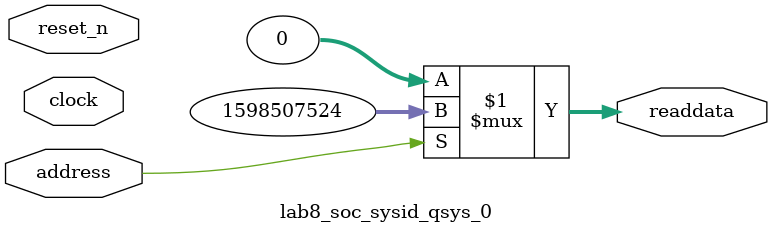
<source format=v>



// synthesis translate_off
`timescale 1ns / 1ps
// synthesis translate_on

// turn off superfluous verilog processor warnings 
// altera message_level Level1 
// altera message_off 10034 10035 10036 10037 10230 10240 10030 

module lab8_soc_sysid_qsys_0 (
               // inputs:
                address,
                clock,
                reset_n,

               // outputs:
                readdata
             )
;

  output  [ 31: 0] readdata;
  input            address;
  input            clock;
  input            reset_n;

  wire    [ 31: 0] readdata;
  //control_slave, which is an e_avalon_slave
  assign readdata = address ? 1598507524 : 0;

endmodule



</source>
